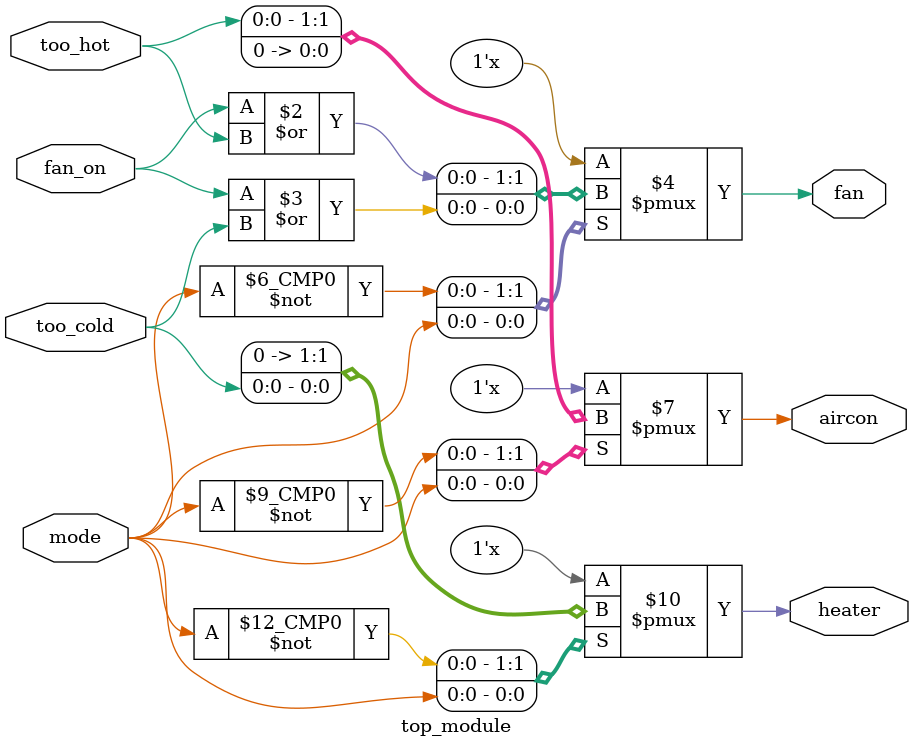
<source format=sv>
module top_module(
    input mode,
    input too_cold,
    input too_hot,
    input fan_on,
    output heater,
    output aircon,
    output fan
);

    reg heater;
    reg aircon;
    reg fan;
    
    always @(*) begin
        case (mode)
            0: begin
                heater = 0;
                aircon = too_hot;
                fan = (fan_on | too_hot);
            end
            
            1: begin
                heater = too_cold;
                aircon = 0;
                fan = (fan_on | too_cold);
            end
            
            default: begin
                heater = 0;
                aircon = 0;
                fan = fan_on;
            end
        endcase
    end
endmodule

</source>
